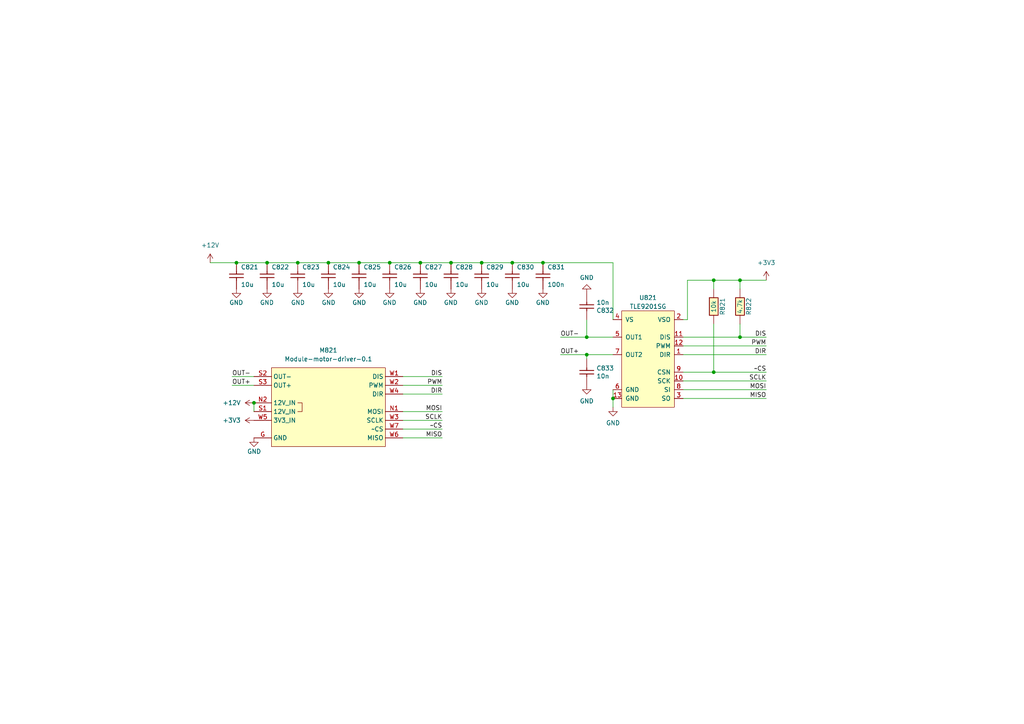
<source format=kicad_sch>
(kicad_sch (version 20231120) (generator "eeschema") (generator_version "8.0")
  (paper "A4")
  (title_block (title "Motor-driver module") (date "2024-03-07") (rev "0.1"))
  (lib_symbols
    (symbol "chips:TLE9201SG" (pin_names (offset 1.016))
      (property "Reference" "U" (at -1.27 3.81 0))
      (property "Value" "TLE9201SG" (at 2.54 1.27 0))
      (symbol "TLE9201SG_0_1"
        (rectangle (start -2.54 0) (end 12.7 -27.94) (fill (type background)))
      )
      (symbol "TLE9201SG_1_1"
        (pin passive line (at -5.08 -12.7 0) (length 2.54) (name "DIR") (number "1"))
        (pin passive line (at -5.08 -20.32 0) (length 2.54) (name "SCK") (number "10"))
        (pin passive line (at -5.08 -7.62 0) (length 2.54) (name "DIS") (number "11"))
        (pin passive line (at -5.08 -10.16 0) (length 2.54) (name "PWM") (number "12"))
        (pin passive line (at 15.24 -25.4 180) (length 2.54) (name "GND") (number "13"))
        (pin passive line (at -5.08 -2.54 0) (length 2.54) (name "VSO") (number "2"))
        (pin passive line (at -5.08 -25.4 0) (length 2.54) (name "SO") (number "3"))
        (pin passive line (at 15.24 -2.54 180) (length 2.54) (name "VS") (number "4"))
        (pin passive line (at 15.24 -7.62 180) (length 2.54) (name "OUT1") (number "5"))
        (pin passive line (at 15.24 -22.86 180) (length 2.54) (name "GND") (number "6"))
        (pin passive line (at 15.24 -12.7 180) (length 2.54) (name "OUT2") (number "7"))
        (pin passive line (at -5.08 -22.86 0) (length 2.54) (name "SI") (number "8"))
        (pin passive line (at -5.08 -17.78 0) (length 2.54) (name "CSN") (number "9"))
      )
    )
    (symbol "hellen-one-common:Cap" (pin_numbers hide)
      (property "Reference" "C" (at -3.81 2.54 0))
      (property "Value" "Cap" (at -2.54 -1.27 0))
      (symbol "Cap_1_0"
        (polyline (pts (xy -1.27 0) (xy -0.508 0)) (stroke (width 0.254)))
        (polyline (pts (xy -0.508 -2.032) (xy -0.508 2.032)) (stroke (width 0.254)))
        (polyline (pts (xy 0.508 2.032) (xy 0.508 -2.032)) (stroke (width 0.254)))
        (polyline (pts (xy 1.27 0) (xy 0.508 0)) (stroke (width 0.254)))
        (pin passive line (at -3.81 0 0) (length 2.54) (name "") (number "1"))
        (pin passive line (at 3.81 0 180) (length 2.54) (name "") (number "2"))
      )
    )
    (symbol "hellen-one-common:Res" (pin_numbers hide)
      (property "Reference" "R" (at 3.81 2.54 0))
      (property "Value" "Res" (at 5.08 -2.54 0))
      (symbol "Res_1_0"
        (rectangle (start 2.54 -1.27) (end 7.62 1.27) (stroke (width 0.254)) (fill (type background)))
        (pin passive line (at 0 0 0) (length 2.54) (name "") (number "1"))
        (pin passive line (at 10.16 0 180) (length 2.54) (name "") (number "2"))
      )
    )
    (symbol "motor-driver:Module-motor-driver-0.1"
      (property "Reference" "M" (at 1.27 1.27 0))
      (property "Value" "Module-motor-driver-0.1" (at 20.32 1.27 0))
      (symbol "Module-motor-driver-0.1_0_1"
        (polyline (pts (xy 7.62 -10.16) (xy 8.89 -10.16) (xy 8.89 -12.7) (xy 7.62 -12.7)))
      )
      (symbol "Module-motor-driver-0.1_1_0"
        (rectangle (start 0 0) (end 33.02 -22.86) (fill (type background)))
        (pin passive line (at -5.08 -20.32 0) (length 5.08) (name "GND") (number "G"))
      )
      (symbol "Module-motor-driver-0.1_1_1"
        (pin passive line (at 38.1 -12.7 180) (length 5.08) (name "MOSI") (number "N1"))
        (pin passive line (at -5.08 -10.16 0) (length 5.08) (name "12V_IN") (number "N2"))
        (pin passive line (at -5.08 -12.7 0) (length 5.08) (name "12V_IN") (number "S1"))
        (pin passive line (at -5.08 -2.54 0) (length 5.08) (name "OUT-") (number "S2"))
        (pin passive line (at -5.08 -5.08 0) (length 5.08) (name "OUT+") (number "S3"))
        (pin passive line (at 38.1 -2.54 180) (length 5.08) (name "DIS") (number "W1"))
        (pin passive line (at 38.1 -5.08 180) (length 5.08) (name "PWM") (number "W2"))
        (pin passive line (at 38.1 -15.24 180) (length 5.08) (name "SCLK") (number "W3"))
        (pin passive line (at 38.1 -7.62 180) (length 5.08) (name "DIR") (number "W4"))
        (pin passive line (at -5.08 -15.24 0) (length 5.08) (name "3V3_IN") (number "W5"))
        (pin passive line (at 38.1 -20.32 180) (length 5.08) (name "MISO") (number "W6"))
        (pin passive line (at 38.1 -17.78 180) (length 5.08) (name "~CS") (number "W7"))
      )
    )
    (symbol "power:+12V" (power) (pin_names (offset 0))
      (property "Value" "+12V" (at 0 3.556 0))
      (symbol "+12V_0_1"
        (polyline (pts (xy -0.762 1.27) (xy 0 2.54)))
        (polyline (pts (xy 0 0) (xy 0 2.54)))
        (polyline (pts (xy 0 2.54) (xy 0.762 1.27)))
      )
      (symbol "+12V_1_1"
        (pin power_in line (at 0 0 90) (length 0) hide (name "+12V") (number "1"))
      )
    )
    (symbol "power:+3V3" (power) (pin_names (offset 0))
      (property "Value" "+3V3" (at 0 3.556 0))
      (symbol "+3V3_0_1"
        (polyline (pts (xy -0.762 1.27) (xy 0 2.54)))
        (polyline (pts (xy 0 0) (xy 0 2.54)))
        (polyline (pts (xy 0 2.54) (xy 0.762 1.27)))
      )
      (symbol "+3V3_1_1"
        (pin power_in line (at 0 0 90) (length 0) hide (name "+3V3") (number "1"))
      )
    )
    (symbol "power:GND" (power) (pin_names (offset 0))
      (property "Value" "GND" (at 0 -3.81 0))
      (symbol "GND_0_1"
        (polyline (pts (xy 0 0) (xy 0 -1.27) (xy 1.27 -1.27) (xy 0 -2.54) (xy -1.27 -1.27) (xy 0 -1.27)))
      )
      (symbol "GND_1_1"
        (pin power_in line (at 0 0 270) (length 0) hide (name "GND") (number "1"))
      )
    )
  )
  (junction (at 95.25 76.2))
  (junction (at 207.01 81.28))
  (junction (at 139.7 76.2))
  (junction (at 73.66 116.84))
  (junction (at 86.36 76.2))
  (junction (at 113.03 76.2))
  (junction (at 157.48 76.2))
  (junction (at 130.81 76.2))
  (junction (at 207.01 107.95))
  (junction (at 121.92 76.2))
  (junction (at 170.18 97.79))
  (junction (at 214.63 97.79))
  (junction (at 68.58 76.2))
  (junction (at 77.47 76.2))
  (junction (at 104.14 76.2))
  (junction (at 177.8 115.57))
  (junction (at 214.63 81.28))
  (junction (at 170.18 102.87))
  (junction (at 148.59 76.2))
  (wire (pts (xy 198.12 92.71) (xy 199.39 92.71)))
  (wire (pts (xy 198.12 97.79) (xy 214.63 97.79)))
  (wire (pts (xy 60.96 76.2) (xy 68.58 76.2)))
  (wire (pts (xy 214.63 93.98) (xy 214.63 97.79)))
  (wire (pts (xy 128.27 121.92) (xy 116.84 121.92)))
  (wire (pts (xy 207.01 107.95) (xy 198.12 107.95)))
  (wire (pts (xy 130.81 76.2) (xy 139.7 76.2)))
  (wire (pts (xy 207.01 81.28) (xy 214.63 81.28)))
  (wire (pts (xy 128.27 109.22) (xy 116.84 109.22)))
  (wire (pts (xy 157.48 76.2) (xy 177.8 76.2)))
  (wire (pts (xy 128.27 114.3) (xy 116.84 114.3)))
  (wire (pts (xy 177.8 76.2) (xy 177.8 92.71)))
  (wire (pts (xy 68.58 76.2) (xy 77.47 76.2)))
  (wire (pts (xy 198.12 110.49) (xy 222.25 110.49)))
  (wire (pts (xy 148.59 76.2) (xy 157.48 76.2)))
  (wire (pts (xy 177.8 97.79) (xy 170.18 97.79)))
  (wire (pts (xy 170.18 97.79) (xy 170.18 92.71)))
  (wire (pts (xy 67.31 109.22) (xy 73.66 109.22)))
  (wire (pts (xy 198.12 100.33) (xy 222.25 100.33)))
  (wire (pts (xy 199.39 92.71) (xy 199.39 81.28)))
  (wire (pts (xy 198.12 115.57) (xy 222.25 115.57)))
  (wire (pts (xy 128.27 111.76) (xy 116.84 111.76)))
  (wire (pts (xy 170.18 97.79) (xy 162.56 97.79)))
  (wire (pts (xy 162.56 102.87) (xy 170.18 102.87)))
  (wire (pts (xy 121.92 76.2) (xy 130.81 76.2)))
  (wire (pts (xy 67.31 111.76) (xy 73.66 111.76)))
  (wire (pts (xy 128.27 127) (xy 116.84 127)))
  (wire (pts (xy 207.01 81.28) (xy 207.01 83.82)))
  (wire (pts (xy 207.01 107.95) (xy 222.25 107.95)))
  (wire (pts (xy 177.8 115.57) (xy 177.8 118.11)))
  (wire (pts (xy 95.25 76.2) (xy 104.14 76.2)))
  (wire (pts (xy 198.12 113.03) (xy 222.25 113.03)))
  (wire (pts (xy 170.18 102.87) (xy 177.8 102.87)))
  (wire (pts (xy 104.14 76.2) (xy 113.03 76.2)))
  (wire (pts (xy 170.18 102.87) (xy 170.18 104.14)))
  (wire (pts (xy 73.66 116.84) (xy 73.66 119.38)))
  (wire (pts (xy 214.63 81.28) (xy 214.63 83.82)))
  (wire (pts (xy 128.27 124.46) (xy 116.84 124.46)))
  (wire (pts (xy 86.36 76.2) (xy 95.25 76.2)))
  (wire (pts (xy 207.01 93.98) (xy 207.01 107.95)))
  (wire (pts (xy 199.39 81.28) (xy 207.01 81.28)))
  (wire (pts (xy 128.27 119.38) (xy 116.84 119.38)))
  (wire (pts (xy 214.63 97.79) (xy 222.25 97.79)))
  (wire (pts (xy 77.47 76.2) (xy 86.36 76.2)))
  (wire (pts (xy 214.63 81.28) (xy 222.25 81.28)))
  (wire (pts (xy 139.7 76.2) (xy 148.59 76.2)))
  (wire (pts (xy 113.03 76.2) (xy 121.92 76.2)))
  (wire (pts (xy 177.8 113.03) (xy 177.8 115.57)))
  (wire (pts (xy 198.12 102.87) (xy 222.25 102.87)))
  (label "MOSI" (at 128.27 119.38 180))
  (label "DIS" (at 128.27 109.22 180))
  (label "~CS" (at 128.27 124.46 180))
  (label "MOSI" (at 222.25 113.03 180))
  (label "SCLK" (at 128.27 121.92 180))
  (label "DIR" (at 128.27 114.3 180))
  (label "MISO" (at 222.25 115.57 180))
  (label "MISO" (at 128.27 127 180))
  (label "PWM" (at 128.27 111.76 180))
  (label "OUT-" (at 67.31 109.22 0))
  (label "~CS" (at 222.25 107.95 180))
  (label "OUT-" (at 162.56 97.79 0))
  (label "DIS" (at 222.25 97.79 180))
  (label "DIR" (at 222.25 102.87 180))
  (label "OUT+" (at 162.56 102.87 0))
  (label "SCLK" (at 222.25 110.49 180))
  (label "PWM" (at 222.25 100.33 180))
  (label "OUT+" (at 67.31 111.76 0))
  (symbol (lib_id "motor-driver:Module-motor-driver-0.1") (at 78.74 106.68 0) (unit 1)
    (property "Reference" "M821" (at 95.25 101.6 0))
    (property "Value" "Module-motor-driver-0.1" (at 95.25 104.14 0))
    (property "Footprint" "hellen-one-motor-driver-0.1:motor-driver" (effects (hide yes)))
  )
  (symbol (lib_id "hellen-one-common:Cap") (at 130.81 80.01 90) (unit 1)
    (property "Reference" "C828" (at 132.08 77.47 90) (effects (justify right)))
    (property "Value" "10u" (at 132.08 82.55 90) (effects (justify right)))
    (property "Footprint" "hellen-one-common:C0805" (effects (hide yes)))
    (property "LCSC" "C440198" (effects (hide yes)))
  )
  (symbol (lib_id "power:GND") (at 148.59 83.82 0) (mirror y) (unit 1)
    (property "Reference" "#PWR0833" (effects (hide yes)))
    (property "Value" "GND" (at 148.5392 87.7634 0))
  )
  (symbol (lib_id "hellen-one-common:Cap") (at 157.48 80.01 90) (unit 1)
    (property "Reference" "C831" (at 158.75 77.47 90) (effects (justify right)))
    (property "Value" "100n" (at 158.75 82.55 90) (effects (justify right)))
    (property "Footprint" "hellen-one-common:C0603" (effects (hide yes)))
    (property "LCSC" "C14663" (effects (hide yes)))
  )
  (symbol (lib_id "hellen-one-common:Cap") (at 68.58 80.01 90) (unit 1)
    (property "Reference" "C821" (at 69.85 77.47 90) (effects (justify right)))
    (property "Value" "10u" (at 69.85 82.55 90) (effects (justify right)))
    (property "Footprint" "hellen-one-common:C0805" (effects (hide yes)))
    (property "LCSC" "C440198" (effects (hide yes)))
  )
  (symbol (lib_id "power:GND") (at 121.92 83.82 0) (mirror y) (unit 1)
    (property "Reference" "#PWR0830" (effects (hide yes)))
    (property "Value" "GND" (at 121.8692 87.7634 0))
  )
  (symbol (lib_id "power:GND") (at 104.14 83.82 0) (unit 1)
    (property "Reference" "#PWR0828" (effects (hide yes)))
    (property "Value" "GND" (at 104.1908 87.7634 0))
  )
  (symbol (lib_id "hellen-one-common:Cap") (at 104.14 80.01 90) (unit 1)
    (property "Reference" "C825" (at 105.41 77.47 90) (effects (justify right)))
    (property "Value" "10u" (at 105.41 82.55 90) (effects (justify right)))
    (property "Footprint" "hellen-one-common:C0805" (effects (hide yes)))
    (property "LCSC" "C440198" (effects (hide yes)))
  )
  (symbol (lib_id "hellen-one-common:Cap") (at 170.18 88.9 90) (mirror x) (unit 1)
    (property "Reference" "C832" (at 172.9741 90.0494 90) (effects (justify right)))
    (property "Value" "10n" (at 172.9741 87.7507 90) (effects (justify right)))
    (property "Footprint" "hellen-one-common:C0603" (effects (hide yes)))
    (property "LCSC" "C57112" (effects (hide yes)))
  )
  (symbol (lib_id "power:GND") (at 177.8 118.11 0) (mirror y) (unit 1)
    (property "Reference" "#PWR0837" (effects (hide yes)))
    (property "Value" "GND" (at 177.8 122.6725 0))
  )
  (symbol (lib_id "power:+12V") (at 73.66 116.84 90) (unit 1)
    (property "Reference" "#PWR0840" (effects (hide yes)))
    (property "Value" "+12V" (at 69.85 116.84 90) (effects (justify left)))
  )
  (symbol (lib_id "chips:TLE9201SG") (at 193.04 90.17 0) (mirror y) (unit 1)
    (property "Reference" "U821" (at 187.96 86.36 0))
    (property "Value" "TLE9201SG" (at 187.96 88.9 0))
    (property "Footprint" "Package_SO:Infineon_PG-DSO-12-11" (effects (hide yes)))
    (property "LCSC" "C112633" (effects (hide yes)))
  )
  (symbol (lib_id "power:GND") (at 170.18 85.09 180) (unit 1)
    (property "Reference" "#PWR0835" (effects (hide yes)))
    (property "Value" "GND" (at 170.18 80.5275 0))
  )
  (symbol (lib_id "power:GND") (at 157.48 83.82 0) (mirror y) (unit 1)
    (property "Reference" "#PWR0834" (effects (hide yes)))
    (property "Value" "GND" (at 157.4292 87.7634 0))
  )
  (symbol (lib_id "hellen-one-common:Cap") (at 148.59 80.01 90) (unit 1)
    (property "Reference" "C830" (at 149.86 77.47 90) (effects (justify right)))
    (property "Value" "10u" (at 149.86 82.55 90) (effects (justify right)))
    (property "Footprint" "hellen-one-common:C0805" (effects (hide yes)))
    (property "LCSC" "C440198" (effects (hide yes)))
  )
  (symbol (lib_id "power:+3V3") (at 73.66 121.92 90) (unit 1)
    (property "Reference" "#PWR0841" (effects (hide yes)))
    (property "Value" "+3V3" (at 69.85 121.92 90) (effects (justify left)))
  )
  (symbol (lib_id "power:GND") (at 130.81 83.82 0) (mirror y) (unit 1)
    (property "Reference" "#PWR0831" (effects (hide yes)))
    (property "Value" "GND" (at 130.7592 87.7634 0))
  )
  (symbol (lib_id "power:GND") (at 95.25 83.82 0) (unit 1)
    (property "Reference" "#PWR0827" (effects (hide yes)))
    (property "Value" "GND" (at 95.3008 87.7634 0))
  )
  (symbol (lib_id "power:+12V") (at 60.96 76.2 0) (unit 1)
    (property "Reference" "#PWR0838" (effects (hide yes)))
    (property "Value" "+12V" (at 60.96 71.12 0))
  )
  (symbol (lib_id "hellen-one-common:Res") (at 214.63 93.98 90) (unit 1)
    (property "Reference" "R822" (at 217.17 88.9 0))
    (property "Value" "4.7k" (at 214.63 88.9 0))
    (property "Footprint" "hellen-one-common:R0603" (effects (hide yes)))
    (property "LCSC" "C23162" (effects (hide yes)))
  )
  (symbol (lib_id "power:GND") (at 68.58 83.82 0) (mirror y) (unit 1)
    (property "Reference" "#PWR0824" (effects (hide yes)))
    (property "Value" "GND" (at 68.5292 87.7634 0))
  )
  (symbol (lib_id "hellen-one-common:Cap") (at 121.92 80.01 90) (unit 1)
    (property "Reference" "C827" (at 123.19 77.47 90) (effects (justify right)))
    (property "Value" "10u" (at 123.19 82.55 90) (effects (justify right)))
    (property "Footprint" "hellen-one-common:C0805" (effects (hide yes)))
    (property "LCSC" "C440198" (effects (hide yes)))
  )
  (symbol (lib_id "power:+3V3") (at 222.25 81.28 0) (unit 1)
    (property "Reference" "#PWR0839" (effects (hide yes)))
    (property "Value" "+3V3" (at 222.25 76.2 0))
  )
  (symbol (lib_id "power:GND") (at 139.7 83.82 0) (mirror y) (unit 1)
    (property "Reference" "#PWR0832" (effects (hide yes)))
    (property "Value" "GND" (at 139.6492 87.7634 0))
  )
  (symbol (lib_id "power:GND") (at 77.47 83.82 0) (mirror y) (unit 1)
    (property "Reference" "#PWR0825" (effects (hide yes)))
    (property "Value" "GND" (at 77.4192 87.7634 0))
  )
  (symbol (lib_id "hellen-one-common:Cap") (at 86.36 80.01 90) (unit 1)
    (property "Reference" "C823" (at 87.63 77.47 90) (effects (justify right)))
    (property "Value" "10u" (at 87.63 82.55 90) (effects (justify right)))
    (property "Footprint" "hellen-one-common:C0805" (effects (hide yes)))
    (property "LCSC" "C440198" (effects (hide yes)))
  )
  (symbol (lib_id "power:GND") (at 73.66 127 0) (unit 1)
    (property "Reference" "#PWR0842" (effects (hide yes)))
    (property "Value" "GND" (at 73.7108 130.9434 0))
  )
  (symbol (lib_id "power:GND") (at 86.36 83.82 0) (unit 1)
    (property "Reference" "#PWR0826" (effects (hide yes)))
    (property "Value" "GND" (at 86.4108 87.7634 0))
  )
  (symbol (lib_id "hellen-one-common:Cap") (at 95.25 80.01 90) (unit 1)
    (property "Reference" "C824" (at 96.52 77.47 90) (effects (justify right)))
    (property "Value" "10u" (at 96.52 82.55 90) (effects (justify right)))
    (property "Footprint" "hellen-one-common:C0805" (effects (hide yes)))
    (property "LCSC" "C440198" (effects (hide yes)))
  )
  (symbol (lib_id "power:GND") (at 170.18 111.76 0) (mirror y) (unit 1)
    (property "Reference" "#PWR0836" (effects (hide yes)))
    (property "Value" "GND" (at 170.18 116.3225 0))
  )
  (symbol (lib_id "hellen-one-common:Cap") (at 77.47 80.01 90) (unit 1)
    (property "Reference" "C822" (at 78.74 77.47 90) (effects (justify right)))
    (property "Value" "10u" (at 78.74 82.55 90) (effects (justify right)))
    (property "Footprint" "hellen-one-common:C0805" (effects (hide yes)))
    (property "LCSC" "C440198" (effects (hide yes)))
  )
  (symbol (lib_id "hellen-one-common:Cap") (at 113.03 80.01 90) (unit 1)
    (property "Reference" "C826" (at 114.3 77.47 90) (effects (justify right)))
    (property "Value" "10u" (at 114.3 82.55 90) (effects (justify right)))
    (property "Footprint" "hellen-one-common:C0805" (effects (hide yes)))
    (property "LCSC" "C440198" (effects (hide yes)))
  )
  (symbol (lib_id "hellen-one-common:Cap") (at 170.18 107.95 90) (unit 1)
    (property "Reference" "C833" (at 172.9741 106.8006 90) (effects (justify right)))
    (property "Value" "10n" (at 172.9741 109.0993 90) (effects (justify right)))
    (property "Footprint" "hellen-one-common:C0603" (effects (hide yes)))
    (property "LCSC" "C57112" (effects (hide yes)))
  )
  (symbol (lib_id "hellen-one-common:Cap") (at 139.7 80.01 90) (unit 1)
    (property "Reference" "C829" (at 140.97 77.47 90) (effects (justify right)))
    (property "Value" "10u" (at 140.97 82.55 90) (effects (justify right)))
    (property "Footprint" "hellen-one-common:C0805" (effects (hide yes)))
    (property "LCSC" "C440198" (effects (hide yes)))
  )
  (symbol (lib_id "hellen-one-common:Res") (at 207.01 93.98 90) (unit 1)
    (property "Reference" "R821" (at 209.55 88.9 0))
    (property "Value" "10k" (at 207.01 88.9 0))
    (property "Footprint" "hellen-one-common:R0603" (effects (hide yes)))
    (property "LCSC" "C25804" (effects (hide yes)))
  )
  (symbol (lib_id "power:GND") (at 113.03 83.82 0) (mirror y) (unit 1)
    (property "Reference" "#PWR0829" (effects (hide yes)))
    (property "Value" "GND" (at 112.9792 87.7634 0))
  )
)
</source>
